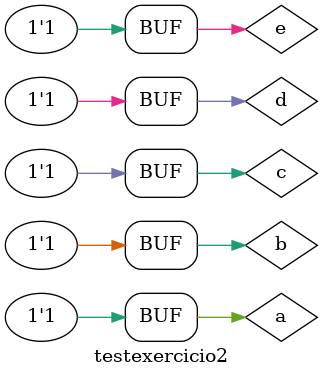
<source format=v>

module exercicio2 (s, a, b, c, d, e);

output s;
input a, b, c, d, e;
wire temp[0:2];

or OR1 (temp[0], a, b, c, d);
or OR2 (temp[1], ~a, ~c, ~d, e);
or OR3 (temp[2], ~a, ~b, c);
and AND1 (s, temp[0], temp[1], temp[2]);

endmodule //

module testexercicio2;  

wire s;
reg a, b, c, d, e;

exercicio2 exercicio2 (s, a, b, c, d, e);

 initial begin
      $display("\nguia08_03b - Ludmily Caldeira da Silva - 417290\n");
      $display("TESTE\n");
      $display("\na   b   c    d    e    s\n");
      $monitor("%b   %b   %b    %b    %b    %b", a, b, c, d, e, s);
		
	     a=0; b=0; c=0; d=0; e=0;
    #1  a=0; b=0; c=0; d=0; e=1;
    #1  a=0; b=0; c=0; d=1; e=0;
    #1  a=0; b=0; c=0; d=1; e=1;
    #1  a=0; b=0; c=1; d=0; e=0;
    #1  a=0; b=0; c=1; d=0; e=1;
    #1  a=0; b=0; c=1; d=1; e=0;
    #1  a=0; b=0; c=1; d=1; e=1;
    #1  a=0; b=1; c=0; d=0; e=0;
    #1  a=0; b=1; c=0; d=0; e=1;
    #1  a=0; b=1; c=0; d=1; e=0;
    #1  a=0; b=1; c=0; d=1; e=1;
    #1  a=0; b=1; c=1; d=0; e=0;
    #1  a=0; b=1; c=1; d=0; e=1;
    #1  a=0; b=1; c=1; d=1; e=0;
    #1  a=0; b=1; c=1; d=1; e=1;  
    #1  a=1; b=0; c=0; d=0; e=0;
    #1  a=1; b=0; c=0; d=0; e=1;
    #1  a=1; b=0; c=0; d=1; e=0;
    #1  a=1; b=0; c=0; d=1; e=1;
    #1  a=1; b=0; c=1; d=0; e=0;
    #1  a=1; b=0; c=1; d=0; e=1;
    #1  a=1; b=0; c=1; d=1; e=0;
    #1  a=1; b=0; c=1; d=1; e=1;
    #1  a=1; b=1; c=0; d=0; e=0;
    #1  a=1; b=1; c=0; d=0; e=1;
    #1  a=1; b=1; c=0; d=1; e=0;
    #1  a=1; b=1; c=0; d=1; e=1;
    #1  a=1; b=1; c=1; d=0; e=0;
    #1  a=1; b=1; c=1; d=0; e=1;
    #1  a=1; b=1; c=1; d=1; e=0;
    #1  a=1; b=1; c=1; d=1; e=1;      
	  
    end
 
endmodule // TestMeiaSoma

/*

RESULTADOS OBTIDOS

     guia08_03b - Ludmily Caldeira da Silva - 417290
    
    TESTE
    
    
    a   b   c    d    e    s
    
    0   0   0    0    0    0
    0   0   0    0    1    0
    0   0   0    1    0    1
    0   0   0    1    1    1
    0   0   1    0    0    1
    0   0   1    0    1    1
    0   0   1    1    0    1
    0   0   1    1    1    1
    0   1   0    0    0    1
    0   1   0    0    1    1
    0   1   0    1    0    1
    0   1   0    1    1    1
    0   1   1    0    0    1
    0   1   1    0    1    1
    0   1   1    1    0    1
    0   1   1    1    1    1
    1   0   0    0    0    1
    1   0   0    0    1    1
    1   0   0    1    0    1
    1   0   0    1    1    1
    1   0   1    0    0    1
    1   0   1    0    1    1
    1   0   1    1    0    0
    1   0   1    1    1    1
    1   1   0    0    0    0
    1   1   0    0    1    0
    1   1   0    1    0    0
    1   1   0    1    1    0
    1   1   1    0    0    1
    1   1   1    0    1    1
    1   1   1    1    0    0
    1   1   1    1    1    1
*/
</source>
